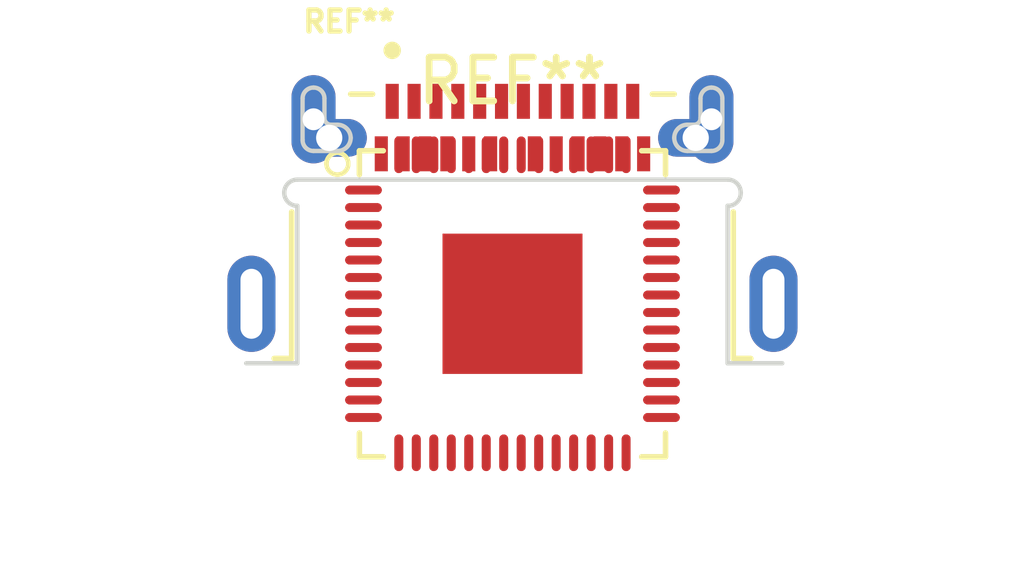
<source format=kicad_pcb>
(kicad_pcb (version 20171130) (host pcbnew "(5.1.9)-1")

  (general
    (thickness 1.6)
    (drawings 0)
    (tracks 0)
    (zones 0)
    (modules 4)
    (nets 1)
  )

  (page A4)
  (layers
    (0 F.Cu signal)
    (31 B.Cu signal)
    (32 B.Adhes user)
    (33 F.Adhes user)
    (34 B.Paste user)
    (35 F.Paste user)
    (36 B.SilkS user)
    (37 F.SilkS user)
    (38 B.Mask user)
    (39 F.Mask user)
    (40 Dwgs.User user)
    (41 Cmts.User user)
    (42 Eco1.User user)
    (43 Eco2.User user)
    (44 Edge.Cuts user)
    (45 Margin user)
    (46 B.CrtYd user)
    (47 F.CrtYd user)
    (48 B.Fab user)
    (49 F.Fab user)
  )

  (setup
    (last_trace_width 0.25)
    (trace_clearance 0.2)
    (zone_clearance 0.508)
    (zone_45_only no)
    (trace_min 0.2)
    (via_size 0.8)
    (via_drill 0.4)
    (via_min_size 0.4)
    (via_min_drill 0.3)
    (uvia_size 0.3)
    (uvia_drill 0.1)
    (uvias_allowed no)
    (uvia_min_size 0.2)
    (uvia_min_drill 0.1)
    (edge_width 0.05)
    (segment_width 0.2)
    (pcb_text_width 0.3)
    (pcb_text_size 1.5 1.5)
    (mod_edge_width 0.12)
    (mod_text_size 1 1)
    (mod_text_width 0.15)
    (pad_size 1.524 1.524)
    (pad_drill 0.762)
    (pad_to_mask_clearance 0)
    (aux_axis_origin 0 0)
    (visible_elements FFFFFF7F)
    (pcbplotparams
      (layerselection 0x010fc_ffffffff)
      (usegerberextensions false)
      (usegerberattributes true)
      (usegerberadvancedattributes true)
      (creategerberjobfile true)
      (excludeedgelayer true)
      (linewidth 0.100000)
      (plotframeref false)
      (viasonmask false)
      (mode 1)
      (useauxorigin false)
      (hpglpennumber 1)
      (hpglpenspeed 20)
      (hpglpendiameter 15.000000)
      (psnegative false)
      (psa4output false)
      (plotreference true)
      (plotvalue true)
      (plotinvisibletext false)
      (padsonsilk false)
      (subtractmaskfromsilk false)
      (outputformat 1)
      (mirror false)
      (drillshape 1)
      (scaleselection 1)
      (outputdirectory ""))
  )

  (net 0 "")

  (net_class Default "This is the default net class."
    (clearance 0.2)
    (trace_width 0.25)
    (via_dia 0.8)
    (via_drill 0.4)
    (uvia_dia 0.3)
    (uvia_drill 0.1)
  )

  (module TE_2295018-2 (layer F.Cu) (tedit 60ED409E) (tstamp 60ED4170)
    (at 0 0)
    (fp_text reference REF** (at -3.73753 -6.454712) (layer F.SilkS)
      (effects (font (size 0.481483 0.481483) (thickness 0.15)))
    )
    (fp_text value TE_2295018-2 (at -1.848768 4.079264) (layer F.Fab)
      (effects (font (size 0.481663 0.481663) (thickness 0.15)))
    )
    (fp_arc (start 4.929375 -2.530625) (end 4.92 -2.24) (angle -93.6952) (layer Edge.Cuts) (width 0.1))
    (fp_arc (start 4.925 -2.545) (end 5.22 -2.54) (angle -90) (layer Edge.Cuts) (width 0.1))
    (fp_arc (start -4.92 -2.54) (end -4.92 -2.24) (angle 90) (layer Edge.Cuts) (width 0.1))
    (fp_arc (start -4.92 -2.54) (end -5.22 -2.54) (angle 90) (layer Edge.Cuts) (width 0.1))
    (fp_arc (start -4.15 -4.245) (end -4.155 -4.095) (angle 90) (layer Edge.Cuts) (width 0.1))
    (fp_arc (start -4 -3.795) (end -4 -3.495) (angle -90) (layer Edge.Cuts) (width 0.1))
    (fp_arc (start -4.55 -4.695) (end -4.3 -4.695) (angle -90) (layer Edge.Cuts) (width 0.1))
    (fp_arc (start -4.55 -4.695) (end -4.55 -4.945) (angle -90) (layer Edge.Cuts) (width 0.1))
    (fp_arc (start -4.0025 -3.7925) (end -3.7 -3.795) (angle -90) (layer Edge.Cuts) (width 0.1))
    (fp_arc (start -4.55 -3.745) (end -4.55 -3.495) (angle 90) (layer Edge.Cuts) (width 0.1))
    (fp_arc (start 4.15 -4.245) (end 4.155 -4.095) (angle -90) (layer Edge.Cuts) (width 0.1))
    (fp_arc (start 4 -3.795) (end 4 -3.495) (angle 90) (layer Edge.Cuts) (width 0.1))
    (fp_arc (start 4.55 -4.695) (end 4.3 -4.695) (angle 90) (layer Edge.Cuts) (width 0.1))
    (fp_arc (start 4.55 -4.695) (end 4.55 -4.945) (angle 90) (layer Edge.Cuts) (width 0.1))
    (fp_arc (start 4 -3.795) (end 3.7 -3.795) (angle 90) (layer Edge.Cuts) (width 0.1))
    (fp_arc (start 4.55 -3.745) (end 4.55 -3.495) (angle -90) (layer Edge.Cuts) (width 0.1))
    (fp_line (start -4.9 -4.795) (end 4.9 -4.795) (layer F.Fab) (width 0.127))
    (fp_line (start 4.9 -4.795) (end 4.9 3.105) (layer F.Fab) (width 0.127))
    (fp_line (start 4.9 3.105) (end -4.9 3.105) (layer F.Fab) (width 0.127))
    (fp_line (start -4.9 3.105) (end -4.9 -4.795) (layer F.Fab) (width 0.127))
    (fp_line (start -5.25 -5.48) (end 5.25 -5.48) (layer F.CrtYd) (width 0.05))
    (fp_line (start 5.25 -5.48) (end 5.25 -1.35) (layer F.CrtYd) (width 0.05))
    (fp_line (start 5.25 -1.35) (end 6.77 -1.35) (layer F.CrtYd) (width 0.05))
    (fp_line (start 6.77 -1.35) (end 6.77 3.355) (layer F.CrtYd) (width 0.05))
    (fp_line (start 6.77 3.355) (end -6.77 3.355) (layer F.CrtYd) (width 0.05))
    (fp_line (start -6.77 3.355) (end -6.77 -1.35) (layer F.CrtYd) (width 0.05))
    (fp_line (start -6.77 -1.35) (end -5.25 -1.35) (layer F.CrtYd) (width 0.05))
    (fp_line (start -5.25 -1.35) (end -5.25 -5.48) (layer F.CrtYd) (width 0.05))
    (fp_circle (center -2.75 -5.035) (end -2.65 -5.035) (layer F.Fab) (width 0.2))
    (fp_circle (center -2.75 -5.795) (end -2.65 -5.795) (layer F.SilkS) (width 0.2))
    (fp_line (start 4.55 -3.495) (end 4 -3.495) (layer Edge.Cuts) (width 0.1))
    (fp_line (start 4.8 -3.745) (end 4.8 -4.695) (layer Edge.Cuts) (width 0.1))
    (fp_line (start 4.3 -4.695) (end 4.3 -4.25) (layer Edge.Cuts) (width 0.1))
    (fp_line (start 4.155 -4.095) (end 4 -4.095) (layer Edge.Cuts) (width 0.1))
    (fp_line (start -4.55 -3.495) (end -4 -3.495) (layer Edge.Cuts) (width 0.1))
    (fp_line (start -4.8 -3.745) (end -4.8 -4.695) (layer Edge.Cuts) (width 0.1))
    (fp_line (start -4.3 -4.695) (end -4.3 -4.25) (layer Edge.Cuts) (width 0.1))
    (fp_line (start -4.155 -4.095) (end -4.005 -4.095) (layer Edge.Cuts) (width 0.1))
    (fp_line (start -6.09 1.36) (end -4.92 1.36) (layer Edge.Cuts) (width 0.1))
    (fp_line (start -4.92 1.36) (end -4.92 -2.24) (layer Edge.Cuts) (width 0.1))
    (fp_line (start -4.92 -2.84) (end 4.93 -2.84) (layer Edge.Cuts) (width 0.1))
    (fp_line (start 4.92 -2.24) (end 4.92 1.36) (layer Edge.Cuts) (width 0.1))
    (fp_line (start 4.92 1.36) (end 6.17 1.36) (layer Edge.Cuts) (width 0.1))
    (fp_line (start -3.7 -4.795) (end -3.2 -4.795) (layer F.SilkS) (width 0.127))
    (fp_line (start 3.2 -4.795) (end 3.7 -4.795) (layer F.SilkS) (width 0.127))
    (fp_line (start 5.05 -2.1) (end 5.05 1.25) (layer F.SilkS) (width 0.127))
    (fp_line (start 5.05 1.25) (end 5.45 1.25) (layer F.SilkS) (width 0.127))
    (fp_line (start -5.05 -2.1) (end -5.05 1.25) (layer F.SilkS) (width 0.127))
    (fp_line (start -5.05 1.25) (end -5.45 1.25) (layer F.SilkS) (width 0.127))
    (pad P2_2 thru_hole oval (at 4.191 -3.795) (size 1.72 0.86) (drill 0.6) (layers *.Cu *.Mask))
    (pad P2_1 thru_hole oval (at 4.55 -4.22) (size 1.008 2.016) (drill 0.5) (layers *.Cu *.Mask))
    (pad P1_2 thru_hole oval (at -4.191 -3.795) (size 1.72 0.86) (drill 0.6) (layers *.Cu *.Mask))
    (pad P1_1 thru_hole oval (at -4.55 -4.22) (size 1.008 2.016) (drill 0.5) (layers *.Cu *.Mask))
    (pad P5 thru_hole oval (at 5.97 0) (size 1.1 2.2) (drill oval 0.5 1.6) (layers *.Cu *.Mask))
    (pad P4 thru_hole oval (at -5.97 0) (size 1.1 2.2) (drill oval 0.5 1.6) (layers *.Cu *.Mask))
    (pad B12 smd rect (at -3 -3.43) (size 0.3 0.8) (layers F.Cu F.Paste F.Mask))
    (pad B11 smd rect (at -2.5 -3.43) (size 0.3 0.8) (layers F.Cu F.Paste F.Mask))
    (pad B10 smd rect (at -2 -3.43) (size 0.3 0.8) (layers F.Cu F.Paste F.Mask))
    (pad B9 smd rect (at -1.5 -3.43) (size 0.3 0.8) (layers F.Cu F.Paste F.Mask))
    (pad B8 smd rect (at -1 -3.43) (size 0.3 0.8) (layers F.Cu F.Paste F.Mask))
    (pad B7 smd rect (at -0.5 -3.43) (size 0.3 0.8) (layers F.Cu F.Paste F.Mask))
    (pad B6 smd rect (at 0.5 -3.43) (size 0.3 0.8) (layers F.Cu F.Paste F.Mask))
    (pad B5 smd rect (at 1 -3.43) (size 0.3 0.8) (layers F.Cu F.Paste F.Mask))
    (pad B4 smd rect (at 1.5 -3.43) (size 0.3 0.8) (layers F.Cu F.Paste F.Mask))
    (pad B3 smd rect (at 2 -3.43) (size 0.3 0.8) (layers F.Cu F.Paste F.Mask))
    (pad B2 smd rect (at 2.5 -3.43) (size 0.3 0.8) (layers F.Cu F.Paste F.Mask))
    (pad B1 smd rect (at 3 -3.43) (size 0.3 0.8) (layers F.Cu F.Paste F.Mask))
    (pad A12 smd rect (at 2.75 -4.63) (size 0.3 0.8) (layers F.Cu F.Paste F.Mask))
    (pad A11 smd rect (at 2.25 -4.63) (size 0.3 0.8) (layers F.Cu F.Paste F.Mask))
    (pad A10 smd rect (at 1.75 -4.63) (size 0.3 0.8) (layers F.Cu F.Paste F.Mask))
    (pad A9 smd rect (at 1.25 -4.63) (size 0.3 0.8) (layers F.Cu F.Paste F.Mask))
    (pad A8 smd rect (at 0.75 -4.63) (size 0.3 0.8) (layers F.Cu F.Paste F.Mask))
    (pad A7 smd rect (at 0.25 -4.63) (size 0.3 0.8) (layers F.Cu F.Paste F.Mask))
    (pad A6 smd rect (at -0.25 -4.63) (size 0.3 0.8) (layers F.Cu F.Paste F.Mask))
    (pad A5 smd rect (at -0.75 -4.63) (size 0.3 0.8) (layers F.Cu F.Paste F.Mask))
    (pad A4 smd rect (at -1.25 -4.63) (size 0.3 0.8) (layers F.Cu F.Paste F.Mask))
    (pad A3 smd rect (at -1.75 -4.63) (size 0.3 0.8) (layers F.Cu F.Paste F.Mask))
    (pad A2 smd rect (at -2.25 -4.63) (size 0.3 0.8) (layers F.Cu F.Paste F.Mask))
    (pad A1 smd rect (at -2.75 -4.63) (size 0.3 0.8) (layers F.Cu F.Paste F.Mask))
  )

  (module QFN40P695X695X90-57T320N (layer F.Cu) (tedit 60ED14AF) (tstamp 60ED153B)
    (at 0 0)
    (descr "56-QFN, 0.40 mm pitch, 6.95 X 6.95 X 0.90 mm body, 3.20 X 3.20 mm thermal pad<p>56-pin QFN package with 0.40 mm pitch with body size 6.95 X 6.95 X 0.90 mm and thermal pad size 3.20 X 3.20 mm</p>")
    (fp_text reference REF** (at 0 -5.095) (layer F.SilkS)
      (effects (font (size 1 1) (thickness 0.15)))
    )
    (fp_text value QFN40P695X695X90-57T320N (at 0 5.095) (layer F.Fab)
      (effects (font (size 1 1) (thickness 0.15)))
    )
    (fp_circle (center -4.004 -3.204) (end -3.754 -3.204) (layer F.SilkS) (width 0.1))
    (fp_line (start -3.5 -2.954) (end -3.5 -3.5) (layer F.SilkS) (width 0.12))
    (fp_line (start -3.5 -3.5) (end -2.954 -3.5) (layer F.SilkS) (width 0.12))
    (fp_line (start 3.5 -2.954) (end 3.5 -3.5) (layer F.SilkS) (width 0.12))
    (fp_line (start 3.5 -3.5) (end 2.954 -3.5) (layer F.SilkS) (width 0.12))
    (fp_line (start 3.5 2.954) (end 3.5 3.5) (layer F.SilkS) (width 0.12))
    (fp_line (start 3.5 3.5) (end 2.954 3.5) (layer F.SilkS) (width 0.12))
    (fp_line (start -3.5 2.954) (end -3.5 3.5) (layer F.SilkS) (width 0.12))
    (fp_line (start -3.5 3.5) (end -2.954 3.5) (layer F.SilkS) (width 0.12))
    (fp_line (start 3.5 3.5) (end -3.5 3.5) (layer F.Fab) (width 0.12))
    (fp_line (start -3.5 3.5) (end -3.5 -3.5) (layer F.Fab) (width 0.12))
    (fp_line (start -3.5 -3.5) (end 3.5 -3.5) (layer F.Fab) (width 0.12))
    (fp_line (start 3.5 -3.5) (end 3.5 3.5) (layer F.Fab) (width 0.12))
    (pad 57 smd rect (at 0 0) (size 3.2 3.2) (layers F.Cu F.Paste F.Mask))
    (pad 56 smd oval (at -2.6 -3.4075) (size 0.2 0.8351) (layers F.Cu F.Paste F.Mask))
    (pad 55 smd oval (at -2.2 -3.4075) (size 0.2 0.8351) (layers F.Cu F.Paste F.Mask))
    (pad 54 smd oval (at -1.8 -3.4075) (size 0.2 0.8351) (layers F.Cu F.Paste F.Mask))
    (pad 53 smd oval (at -1.4 -3.4075) (size 0.2 0.8351) (layers F.Cu F.Paste F.Mask))
    (pad 52 smd oval (at -1 -3.4075) (size 0.2 0.8351) (layers F.Cu F.Paste F.Mask))
    (pad 51 smd oval (at -0.6 -3.4075) (size 0.2 0.8351) (layers F.Cu F.Paste F.Mask))
    (pad 50 smd oval (at -0.2 -3.4075) (size 0.2 0.8351) (layers F.Cu F.Paste F.Mask))
    (pad 49 smd oval (at 0.2 -3.4075) (size 0.2 0.8351) (layers F.Cu F.Paste F.Mask))
    (pad 48 smd oval (at 0.6 -3.4075) (size 0.2 0.8351) (layers F.Cu F.Paste F.Mask))
    (pad 47 smd oval (at 1 -3.4075) (size 0.2 0.8351) (layers F.Cu F.Paste F.Mask))
    (pad 46 smd oval (at 1.4 -3.4075) (size 0.2 0.8351) (layers F.Cu F.Paste F.Mask))
    (pad 45 smd oval (at 1.8 -3.4075) (size 0.2 0.8351) (layers F.Cu F.Paste F.Mask))
    (pad 44 smd oval (at 2.2 -3.4075) (size 0.2 0.8351) (layers F.Cu F.Paste F.Mask))
    (pad 43 smd oval (at 2.6 -3.4075) (size 0.2 0.8351) (layers F.Cu F.Paste F.Mask))
    (pad 42 smd oval (at 3.4075 -2.6) (size 0.8351 0.2) (layers F.Cu F.Paste F.Mask))
    (pad 41 smd oval (at 3.4075 -2.2) (size 0.8351 0.2) (layers F.Cu F.Paste F.Mask))
    (pad 40 smd oval (at 3.4075 -1.8) (size 0.8351 0.2) (layers F.Cu F.Paste F.Mask))
    (pad 39 smd oval (at 3.4075 -1.4) (size 0.8351 0.2) (layers F.Cu F.Paste F.Mask))
    (pad 38 smd oval (at 3.4075 -1) (size 0.8351 0.2) (layers F.Cu F.Paste F.Mask))
    (pad 37 smd oval (at 3.4075 -0.6) (size 0.8351 0.2) (layers F.Cu F.Paste F.Mask))
    (pad 36 smd oval (at 3.4075 -0.2) (size 0.8351 0.2) (layers F.Cu F.Paste F.Mask))
    (pad 35 smd oval (at 3.4075 0.2) (size 0.8351 0.2) (layers F.Cu F.Paste F.Mask))
    (pad 34 smd oval (at 3.4075 0.6) (size 0.8351 0.2) (layers F.Cu F.Paste F.Mask))
    (pad 33 smd oval (at 3.4075 1) (size 0.8351 0.2) (layers F.Cu F.Paste F.Mask))
    (pad 32 smd oval (at 3.4075 1.4) (size 0.8351 0.2) (layers F.Cu F.Paste F.Mask))
    (pad 31 smd oval (at 3.4075 1.8) (size 0.8351 0.2) (layers F.Cu F.Paste F.Mask))
    (pad 30 smd oval (at 3.4075 2.2) (size 0.8351 0.2) (layers F.Cu F.Paste F.Mask))
    (pad 29 smd oval (at 3.4075 2.6) (size 0.8351 0.2) (layers F.Cu F.Paste F.Mask))
    (pad 28 smd oval (at 2.6 3.4075) (size 0.2 0.8351) (layers F.Cu F.Paste F.Mask))
    (pad 27 smd oval (at 2.2 3.4075) (size 0.2 0.8351) (layers F.Cu F.Paste F.Mask))
    (pad 26 smd oval (at 1.8 3.4075) (size 0.2 0.8351) (layers F.Cu F.Paste F.Mask))
    (pad 25 smd oval (at 1.4 3.4075) (size 0.2 0.8351) (layers F.Cu F.Paste F.Mask))
    (pad 24 smd oval (at 1 3.4075) (size 0.2 0.8351) (layers F.Cu F.Paste F.Mask))
    (pad 23 smd oval (at 0.6 3.4075) (size 0.2 0.8351) (layers F.Cu F.Paste F.Mask))
    (pad 22 smd oval (at 0.2 3.4075) (size 0.2 0.8351) (layers F.Cu F.Paste F.Mask))
    (pad 21 smd oval (at -0.2 3.4075) (size 0.2 0.8351) (layers F.Cu F.Paste F.Mask))
    (pad 20 smd oval (at -0.6 3.4075) (size 0.2 0.8351) (layers F.Cu F.Paste F.Mask))
    (pad 19 smd oval (at -1 3.4075) (size 0.2 0.8351) (layers F.Cu F.Paste F.Mask))
    (pad 18 smd oval (at -1.4 3.4075) (size 0.2 0.8351) (layers F.Cu F.Paste F.Mask))
    (pad 17 smd oval (at -1.8 3.4075) (size 0.2 0.8351) (layers F.Cu F.Paste F.Mask))
    (pad 16 smd oval (at -2.2 3.4075) (size 0.2 0.8351) (layers F.Cu F.Paste F.Mask))
    (pad 15 smd oval (at -2.6 3.4075) (size 0.2 0.8351) (layers F.Cu F.Paste F.Mask))
    (pad 14 smd oval (at -3.4075 2.6) (size 0.8351 0.2) (layers F.Cu F.Paste F.Mask))
    (pad 13 smd oval (at -3.4075 2.2) (size 0.8351 0.2) (layers F.Cu F.Paste F.Mask))
    (pad 12 smd oval (at -3.4075 1.8) (size 0.8351 0.2) (layers F.Cu F.Paste F.Mask))
    (pad 11 smd oval (at -3.4075 1.4) (size 0.8351 0.2) (layers F.Cu F.Paste F.Mask))
    (pad 10 smd oval (at -3.4075 1) (size 0.8351 0.2) (layers F.Cu F.Paste F.Mask))
    (pad 9 smd oval (at -3.4075 0.6) (size 0.8351 0.2) (layers F.Cu F.Paste F.Mask))
    (pad 8 smd oval (at -3.4075 0.2) (size 0.8351 0.2) (layers F.Cu F.Paste F.Mask))
    (pad 7 smd oval (at -3.4075 -0.2) (size 0.8351 0.2) (layers F.Cu F.Paste F.Mask))
    (pad 6 smd oval (at -3.4075 -0.6) (size 0.8351 0.2) (layers F.Cu F.Paste F.Mask))
    (pad 5 smd oval (at -3.4075 -1) (size 0.8351 0.2) (layers F.Cu F.Paste F.Mask))
    (pad 4 smd oval (at -3.4075 -1.4) (size 0.8351 0.2) (layers F.Cu F.Paste F.Mask))
    (pad 3 smd oval (at -3.4075 -1.8) (size 0.8351 0.2) (layers F.Cu F.Paste F.Mask))
    (pad 2 smd oval (at -3.4075 -2.2) (size 0.8351 0.2) (layers F.Cu F.Paste F.Mask))
    (pad 1 smd oval (at -3.4075 -2.6) (size 0.8351 0.2) (layers F.Cu F.Paste F.Mask))
  )

  (module QFN40P695X695X90-57T320N (layer F.Cu) (tedit 60ED1368) (tstamp 60ED13B0)
    (at 0 0)
    (descr "56-QFN, 0.40 mm pitch, 6.95 X 6.95 X 0.90 mm body, 3.20 X 3.20 mm thermal pad<p>56-pin QFN package with 0.40 mm pitch with body size 6.95 X 6.95 X 0.90 mm and thermal pad size 3.20 X 3.20 mm</p>")
    (fp_text reference REF** (at 0 -5.095) (layer F.SilkS)
      (effects (font (size 1 1) (thickness 0.15)))
    )
    (fp_text value QFN40P695X695X90-57T320N (at 0 5.095) (layer F.Fab)
      (effects (font (size 1 1) (thickness 0.15)))
    )
    (fp_circle (center -4.004 -3.204) (end -3.754 -3.204) (layer F.SilkS) (width 0.1))
    (fp_line (start -3.5 -2.954) (end -3.5 -3.5) (layer F.SilkS) (width 0.12))
    (fp_line (start -3.5 -3.5) (end -2.954 -3.5) (layer F.SilkS) (width 0.12))
    (fp_line (start 3.5 -2.954) (end 3.5 -3.5) (layer F.SilkS) (width 0.12))
    (fp_line (start 3.5 -3.5) (end 2.954 -3.5) (layer F.SilkS) (width 0.12))
    (fp_line (start 3.5 2.954) (end 3.5 3.5) (layer F.SilkS) (width 0.12))
    (fp_line (start 3.5 3.5) (end 2.954 3.5) (layer F.SilkS) (width 0.12))
    (fp_line (start -3.5 2.954) (end -3.5 3.5) (layer F.SilkS) (width 0.12))
    (fp_line (start -3.5 3.5) (end -2.954 3.5) (layer F.SilkS) (width 0.12))
    (fp_line (start 3.5 3.5) (end -3.5 3.5) (layer F.Fab) (width 0.12))
    (fp_line (start -3.5 3.5) (end -3.5 -3.5) (layer F.Fab) (width 0.12))
    (fp_line (start -3.5 -3.5) (end 3.5 -3.5) (layer F.Fab) (width 0.12))
    (fp_line (start 3.5 -3.5) (end 3.5 3.5) (layer F.Fab) (width 0.12))
    (pad 57 smd rect (at 0 0) (size 3.2 3.2) (layers F.Cu F.Paste F.Mask))
    (pad 56 smd oval (at -2.6 -3.4075) (size 0.2 0.8351) (layers F.Cu F.Paste F.Mask))
    (pad 55 smd oval (at -2.2 -3.4075) (size 0.2 0.8351) (layers F.Cu F.Paste F.Mask))
    (pad 54 smd oval (at -1.8 -3.4075) (size 0.2 0.8351) (layers F.Cu F.Paste F.Mask))
    (pad 53 smd oval (at -1.4 -3.4075) (size 0.2 0.8351) (layers F.Cu F.Paste F.Mask))
    (pad 52 smd oval (at -1 -3.4075) (size 0.2 0.8351) (layers F.Cu F.Paste F.Mask))
    (pad 51 smd oval (at -0.6 -3.4075) (size 0.2 0.8351) (layers F.Cu F.Paste F.Mask))
    (pad 50 smd oval (at -0.2 -3.4075) (size 0.2 0.8351) (layers F.Cu F.Paste F.Mask))
    (pad 49 smd oval (at 0.2 -3.4075) (size 0.2 0.8351) (layers F.Cu F.Paste F.Mask))
    (pad 48 smd oval (at 0.6 -3.4075) (size 0.2 0.8351) (layers F.Cu F.Paste F.Mask))
    (pad 47 smd oval (at 1 -3.4075) (size 0.2 0.8351) (layers F.Cu F.Paste F.Mask))
    (pad 46 smd oval (at 1.4 -3.4075) (size 0.2 0.8351) (layers F.Cu F.Paste F.Mask))
    (pad 45 smd oval (at 1.8 -3.4075) (size 0.2 0.8351) (layers F.Cu F.Paste F.Mask))
    (pad 44 smd oval (at 2.2 -3.4075) (size 0.2 0.8351) (layers F.Cu F.Paste F.Mask))
    (pad 43 smd oval (at 2.6 -3.4075) (size 0.2 0.8351) (layers F.Cu F.Paste F.Mask))
    (pad 42 smd oval (at 3.4075 -2.6) (size 0.8351 0.2) (layers F.Cu F.Paste F.Mask))
    (pad 41 smd oval (at 3.4075 -2.2) (size 0.8351 0.2) (layers F.Cu F.Paste F.Mask))
    (pad 40 smd oval (at 3.4075 -1.8) (size 0.8351 0.2) (layers F.Cu F.Paste F.Mask))
    (pad 39 smd oval (at 3.4075 -1.4) (size 0.8351 0.2) (layers F.Cu F.Paste F.Mask))
    (pad 38 smd oval (at 3.4075 -1) (size 0.8351 0.2) (layers F.Cu F.Paste F.Mask))
    (pad 37 smd oval (at 3.4075 -0.6) (size 0.8351 0.2) (layers F.Cu F.Paste F.Mask))
    (pad 36 smd oval (at 3.4075 -0.2) (size 0.8351 0.2) (layers F.Cu F.Paste F.Mask))
    (pad 35 smd oval (at 3.4075 0.2) (size 0.8351 0.2) (layers F.Cu F.Paste F.Mask))
    (pad 34 smd oval (at 3.4075 0.6) (size 0.8351 0.2) (layers F.Cu F.Paste F.Mask))
    (pad 33 smd oval (at 3.4075 1) (size 0.8351 0.2) (layers F.Cu F.Paste F.Mask))
    (pad 32 smd oval (at 3.4075 1.4) (size 0.8351 0.2) (layers F.Cu F.Paste F.Mask))
    (pad 31 smd oval (at 3.4075 1.8) (size 0.8351 0.2) (layers F.Cu F.Paste F.Mask))
    (pad 30 smd oval (at 3.4075 2.2) (size 0.8351 0.2) (layers F.Cu F.Paste F.Mask))
    (pad 29 smd oval (at 3.4075 2.6) (size 0.8351 0.2) (layers F.Cu F.Paste F.Mask))
    (pad 28 smd oval (at 2.6 3.4075) (size 0.2 0.8351) (layers F.Cu F.Paste F.Mask))
    (pad 27 smd oval (at 2.2 3.4075) (size 0.2 0.8351) (layers F.Cu F.Paste F.Mask))
    (pad 26 smd oval (at 1.8 3.4075) (size 0.2 0.8351) (layers F.Cu F.Paste F.Mask))
    (pad 25 smd oval (at 1.4 3.4075) (size 0.2 0.8351) (layers F.Cu F.Paste F.Mask))
    (pad 24 smd oval (at 1 3.4075) (size 0.2 0.8351) (layers F.Cu F.Paste F.Mask))
    (pad 23 smd oval (at 0.6 3.4075) (size 0.2 0.8351) (layers F.Cu F.Paste F.Mask))
    (pad 22 smd oval (at 0.2 3.4075) (size 0.2 0.8351) (layers F.Cu F.Paste F.Mask))
    (pad 21 smd oval (at -0.2 3.4075) (size 0.2 0.8351) (layers F.Cu F.Paste F.Mask))
    (pad 20 smd oval (at -0.6 3.4075) (size 0.2 0.8351) (layers F.Cu F.Paste F.Mask))
    (pad 19 smd oval (at -1 3.4075) (size 0.2 0.8351) (layers F.Cu F.Paste F.Mask))
    (pad 18 smd oval (at -1.4 3.4075) (size 0.2 0.8351) (layers F.Cu F.Paste F.Mask))
    (pad 17 smd oval (at -1.8 3.4075) (size 0.2 0.8351) (layers F.Cu F.Paste F.Mask))
    (pad 16 smd oval (at -2.2 3.4075) (size 0.2 0.8351) (layers F.Cu F.Paste F.Mask))
    (pad 15 smd oval (at -2.6 3.4075) (size 0.2 0.8351) (layers F.Cu F.Paste F.Mask))
    (pad 14 smd oval (at -3.4075 2.6) (size 0.8351 0.2) (layers F.Cu F.Paste F.Mask))
    (pad 13 smd oval (at -3.4075 2.2) (size 0.8351 0.2) (layers F.Cu F.Paste F.Mask))
    (pad 12 smd oval (at -3.4075 1.8) (size 0.8351 0.2) (layers F.Cu F.Paste F.Mask))
    (pad 11 smd oval (at -3.4075 1.4) (size 0.8351 0.2) (layers F.Cu F.Paste F.Mask))
    (pad 10 smd oval (at -3.4075 1) (size 0.8351 0.2) (layers F.Cu F.Paste F.Mask))
    (pad 9 smd oval (at -3.4075 0.6) (size 0.8351 0.2) (layers F.Cu F.Paste F.Mask))
    (pad 8 smd oval (at -3.4075 0.2) (size 0.8351 0.2) (layers F.Cu F.Paste F.Mask))
    (pad 7 smd oval (at -3.4075 -0.2) (size 0.8351 0.2) (layers F.Cu F.Paste F.Mask))
    (pad 6 smd oval (at -3.4075 -0.6) (size 0.8351 0.2) (layers F.Cu F.Paste F.Mask))
    (pad 5 smd oval (at -3.4075 -1) (size 0.8351 0.2) (layers F.Cu F.Paste F.Mask))
    (pad 4 smd oval (at -3.4075 -1.4) (size 0.8351 0.2) (layers F.Cu F.Paste F.Mask))
    (pad 3 smd oval (at -3.4075 -1.8) (size 0.8351 0.2) (layers F.Cu F.Paste F.Mask))
    (pad 2 smd oval (at -3.4075 -2.2) (size 0.8351 0.2) (layers F.Cu F.Paste F.Mask))
    (pad 1 smd oval (at -3.4075 -2.6) (size 0.8351 0.2) (layers F.Cu F.Paste F.Mask))
  )

  (module QFN40P695X695X90-57T320N (layer F.Cu) (tedit 60ED135B) (tstamp 60ED1364)
    (at 0 0)
    (descr "56-QFN, 0.40 mm pitch, 6.95 X 6.95 X 0.90 mm body, 3.20 X 3.20 mm thermal pad<p>56-pin QFN package with 0.40 mm pitch with body size 6.95 X 6.95 X 0.90 mm and thermal pad size 3.20 X 3.20 mm</p>")
    (fp_text reference REF** (at 0 -5.095) (layer F.SilkS)
      (effects (font (size 1 1) (thickness 0.15)))
    )
    (fp_text value QFN40P695X695X90-57T320N (at 0 5.095) (layer F.Fab)
      (effects (font (size 1 1) (thickness 0.15)))
    )
    (fp_circle (center -4.004 -3.204) (end -3.754 -3.204) (layer F.SilkS) (width 0.1))
    (fp_line (start -3.5 -2.954) (end -3.5 -3.5) (layer F.SilkS) (width 0.12))
    (fp_line (start -3.5 -3.5) (end -2.954 -3.5) (layer F.SilkS) (width 0.12))
    (fp_line (start 3.5 -2.954) (end 3.5 -3.5) (layer F.SilkS) (width 0.12))
    (fp_line (start 3.5 -3.5) (end 2.954 -3.5) (layer F.SilkS) (width 0.12))
    (fp_line (start 3.5 2.954) (end 3.5 3.5) (layer F.SilkS) (width 0.12))
    (fp_line (start 3.5 3.5) (end 2.954 3.5) (layer F.SilkS) (width 0.12))
    (fp_line (start -3.5 2.954) (end -3.5 3.5) (layer F.SilkS) (width 0.12))
    (fp_line (start -3.5 3.5) (end -2.954 3.5) (layer F.SilkS) (width 0.12))
    (fp_line (start 3.5 3.5) (end -3.5 3.5) (layer F.Fab) (width 0.12))
    (fp_line (start -3.5 3.5) (end -3.5 -3.5) (layer F.Fab) (width 0.12))
    (fp_line (start -3.5 -3.5) (end 3.5 -3.5) (layer F.Fab) (width 0.12))
    (fp_line (start 3.5 -3.5) (end 3.5 3.5) (layer F.Fab) (width 0.12))
    (pad 57 smd rect (at 0 0) (size 3.2 3.2) (layers F.Cu F.Paste F.Mask))
    (pad 56 smd oval (at -2.6 -3.4075) (size 0.2 0.8351) (layers F.Cu F.Paste F.Mask))
    (pad 55 smd oval (at -2.2 -3.4075) (size 0.2 0.8351) (layers F.Cu F.Paste F.Mask))
    (pad 54 smd oval (at -1.8 -3.4075) (size 0.2 0.8351) (layers F.Cu F.Paste F.Mask))
    (pad 53 smd oval (at -1.4 -3.4075) (size 0.2 0.8351) (layers F.Cu F.Paste F.Mask))
    (pad 52 smd oval (at -1 -3.4075) (size 0.2 0.8351) (layers F.Cu F.Paste F.Mask))
    (pad 51 smd oval (at -0.6 -3.4075) (size 0.2 0.8351) (layers F.Cu F.Paste F.Mask))
    (pad 50 smd oval (at -0.2 -3.4075) (size 0.2 0.8351) (layers F.Cu F.Paste F.Mask))
    (pad 49 smd oval (at 0.2 -3.4075) (size 0.2 0.8351) (layers F.Cu F.Paste F.Mask))
    (pad 48 smd oval (at 0.6 -3.4075) (size 0.2 0.8351) (layers F.Cu F.Paste F.Mask))
    (pad 47 smd oval (at 1 -3.4075) (size 0.2 0.8351) (layers F.Cu F.Paste F.Mask))
    (pad 46 smd oval (at 1.4 -3.4075) (size 0.2 0.8351) (layers F.Cu F.Paste F.Mask))
    (pad 45 smd oval (at 1.8 -3.4075) (size 0.2 0.8351) (layers F.Cu F.Paste F.Mask))
    (pad 44 smd oval (at 2.2 -3.4075) (size 0.2 0.8351) (layers F.Cu F.Paste F.Mask))
    (pad 43 smd oval (at 2.6 -3.4075) (size 0.2 0.8351) (layers F.Cu F.Paste F.Mask))
    (pad 42 smd oval (at 3.4075 -2.6) (size 0.8351 0.2) (layers F.Cu F.Paste F.Mask))
    (pad 41 smd oval (at 3.4075 -2.2) (size 0.8351 0.2) (layers F.Cu F.Paste F.Mask))
    (pad 40 smd oval (at 3.4075 -1.8) (size 0.8351 0.2) (layers F.Cu F.Paste F.Mask))
    (pad 39 smd oval (at 3.4075 -1.4) (size 0.8351 0.2) (layers F.Cu F.Paste F.Mask))
    (pad 38 smd oval (at 3.4075 -1) (size 0.8351 0.2) (layers F.Cu F.Paste F.Mask))
    (pad 37 smd oval (at 3.4075 -0.6) (size 0.8351 0.2) (layers F.Cu F.Paste F.Mask))
    (pad 36 smd oval (at 3.4075 -0.2) (size 0.8351 0.2) (layers F.Cu F.Paste F.Mask))
    (pad 35 smd oval (at 3.4075 0.2) (size 0.8351 0.2) (layers F.Cu F.Paste F.Mask))
    (pad 34 smd oval (at 3.4075 0.6) (size 0.8351 0.2) (layers F.Cu F.Paste F.Mask))
    (pad 33 smd oval (at 3.4075 1) (size 0.8351 0.2) (layers F.Cu F.Paste F.Mask))
    (pad 32 smd oval (at 3.4075 1.4) (size 0.8351 0.2) (layers F.Cu F.Paste F.Mask))
    (pad 31 smd oval (at 3.4075 1.8) (size 0.8351 0.2) (layers F.Cu F.Paste F.Mask))
    (pad 30 smd oval (at 3.4075 2.2) (size 0.8351 0.2) (layers F.Cu F.Paste F.Mask))
    (pad 29 smd oval (at 3.4075 2.6) (size 0.8351 0.2) (layers F.Cu F.Paste F.Mask))
    (pad 28 smd oval (at 2.6 3.4075) (size 0.2 0.8351) (layers F.Cu F.Paste F.Mask))
    (pad 27 smd oval (at 2.2 3.4075) (size 0.2 0.8351) (layers F.Cu F.Paste F.Mask))
    (pad 26 smd oval (at 1.8 3.4075) (size 0.2 0.8351) (layers F.Cu F.Paste F.Mask))
    (pad 25 smd oval (at 1.4 3.4075) (size 0.2 0.8351) (layers F.Cu F.Paste F.Mask))
    (pad 24 smd oval (at 1 3.4075) (size 0.2 0.8351) (layers F.Cu F.Paste F.Mask))
    (pad 23 smd oval (at 0.6 3.4075) (size 0.2 0.8351) (layers F.Cu F.Paste F.Mask))
    (pad 22 smd oval (at 0.2 3.4075) (size 0.2 0.8351) (layers F.Cu F.Paste F.Mask))
    (pad 21 smd oval (at -0.2 3.4075) (size 0.2 0.8351) (layers F.Cu F.Paste F.Mask))
    (pad 20 smd oval (at -0.6 3.4075) (size 0.2 0.8351) (layers F.Cu F.Paste F.Mask))
    (pad 19 smd oval (at -1 3.4075) (size 0.2 0.8351) (layers F.Cu F.Paste F.Mask))
    (pad 18 smd oval (at -1.4 3.4075) (size 0.2 0.8351) (layers F.Cu F.Paste F.Mask))
    (pad 17 smd oval (at -1.8 3.4075) (size 0.2 0.8351) (layers F.Cu F.Paste F.Mask))
    (pad 16 smd oval (at -2.2 3.4075) (size 0.2 0.8351) (layers F.Cu F.Paste F.Mask))
    (pad 15 smd oval (at -2.6 3.4075) (size 0.2 0.8351) (layers F.Cu F.Paste F.Mask))
    (pad 14 smd oval (at -3.4075 2.6) (size 0.8351 0.2) (layers F.Cu F.Paste F.Mask))
    (pad 13 smd oval (at -3.4075 2.2) (size 0.8351 0.2) (layers F.Cu F.Paste F.Mask))
    (pad 12 smd oval (at -3.4075 1.8) (size 0.8351 0.2) (layers F.Cu F.Paste F.Mask))
    (pad 11 smd oval (at -3.4075 1.4) (size 0.8351 0.2) (layers F.Cu F.Paste F.Mask))
    (pad 10 smd oval (at -3.4075 1) (size 0.8351 0.2) (layers F.Cu F.Paste F.Mask))
    (pad 9 smd oval (at -3.4075 0.6) (size 0.8351 0.2) (layers F.Cu F.Paste F.Mask))
    (pad 8 smd oval (at -3.4075 0.2) (size 0.8351 0.2) (layers F.Cu F.Paste F.Mask))
    (pad 7 smd oval (at -3.4075 -0.2) (size 0.8351 0.2) (layers F.Cu F.Paste F.Mask))
    (pad 6 smd oval (at -3.4075 -0.6) (size 0.8351 0.2) (layers F.Cu F.Paste F.Mask))
    (pad 5 smd oval (at -3.4075 -1) (size 0.8351 0.2) (layers F.Cu F.Paste F.Mask))
    (pad 4 smd oval (at -3.4075 -1.4) (size 0.8351 0.2) (layers F.Cu F.Paste F.Mask))
    (pad 3 smd oval (at -3.4075 -1.8) (size 0.8351 0.2) (layers F.Cu F.Paste F.Mask))
    (pad 2 smd oval (at -3.4075 -2.2) (size 0.8351 0.2) (layers F.Cu F.Paste F.Mask))
    (pad 1 smd oval (at -3.4075 -2.6) (size 0.8351 0.2) (layers F.Cu F.Paste F.Mask))
  )

)

</source>
